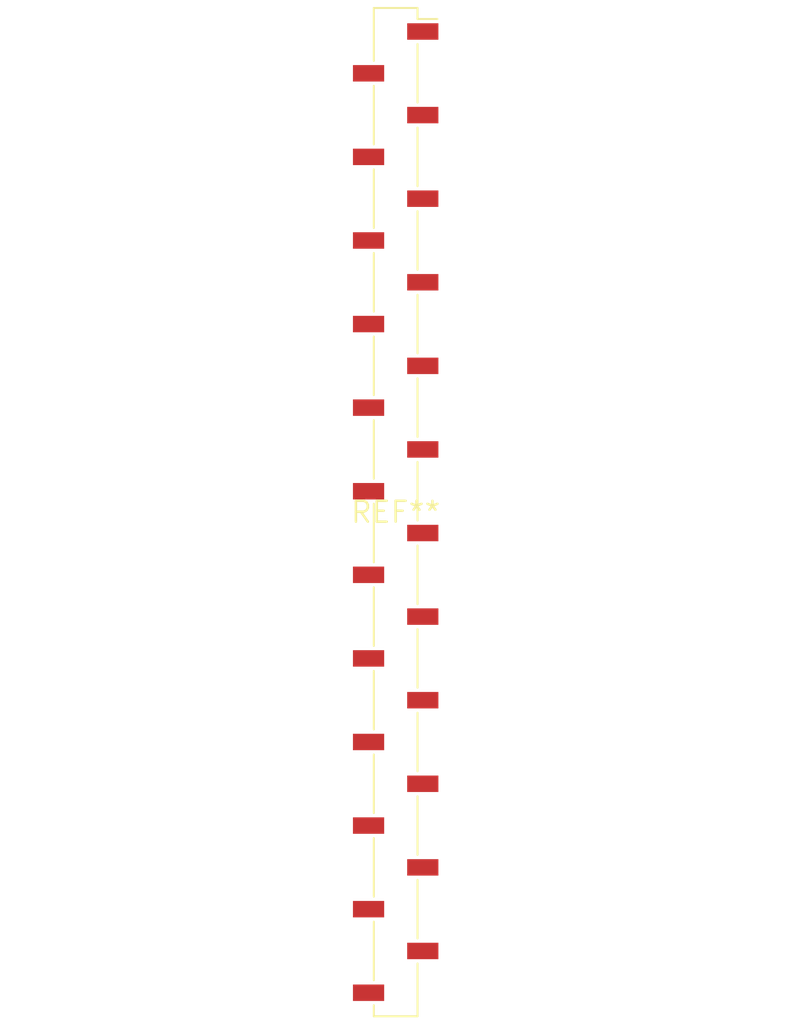
<source format=kicad_pcb>
(kicad_pcb (version 20240108) (generator pcbnew)
  (layers (0 "F.Cu" signal) (31 "B.Cu" signal) (34 "B.Paste" user) (35 "F.Paste" user) (36 "B.SilkS" user "B.Silkscreen") (37 "F.SilkS" user "F.Silkscreen") (38 "B.Mask" user) (39 "F.Mask" user) (44 "Edge.Cuts" user))
  (net 0 "")
  (footprint "PinSocket_1x24_P2.54mm_Vertical_SMD_Pin1Right" (layer "F.Cu") (at 0 0)
    (property "Reference" "REF**")
    (property "Value" "PinSocket_1x24_P2.54mm_Vertical_SMD_Pin1Right")
    (fp_line (start -1.33 -30.64) (end -1.33 -27.43) (layer "F.SilkS") (stroke (width 0.12)))
    (fp_line (start -1.33 -30.64) (end 1.33 -30.64) (layer "F.SilkS") (stroke (width 0.12)))
    (fp_line (start -1.33 -25.91) (end -1.33 -22.35) (layer "F.SilkS") (stroke (width 0.12)))
    (fp_line (start -1.33 -20.83) (end -1.33 -17.27) (layer "F.SilkS") (stroke (width 0.12)))
    (fp_line (start -1.33 -15.75) (end -1.33 -12.19) (layer "F.SilkS") (stroke (width 0.12)))
    (fp_line (start -1.33 -10.67) (end -1.33 -7.11) (layer "F.SilkS") (stroke (width 0.12)))
    (fp_line (start -1.33 -5.59) (end -1.33 -2.03) (layer "F.SilkS") (stroke (width 0.12)))
    (fp_line (start -1.33 -0.51) (end -1.33 3.05) (layer "F.SilkS") (stroke (width 0.12)))
    (fp_line (start -1.33 4.57) (end -1.33 8.13) (layer "F.SilkS") (stroke (width 0.12)))
    (fp_line (start -1.33 9.65) (end -1.33 13.21) (layer "F.SilkS") (stroke (width 0.12)))
    (fp_line (start -1.33 14.73) (end -1.33 18.29) (layer "F.SilkS") (stroke (width 0.12)))
    (fp_line (start -1.33 19.81) (end -1.33 23.37) (layer "F.SilkS") (stroke (width 0.12)))
    (fp_line (start -1.33 24.89) (end -1.33 28.45) (layer "F.SilkS") (stroke (width 0.12)))
    (fp_line (start -1.33 29.97) (end -1.33 30.64) (layer "F.SilkS") (stroke (width 0.12)))
    (fp_line (start -1.33 30.64) (end 1.33 30.64) (layer "F.SilkS") (stroke (width 0.12)))
    (fp_line (start 1.33 -30.64) (end 1.33 -29.97) (layer "F.SilkS") (stroke (width 0.12)))
    (fp_line (start 1.33 -29.97) (end 2.54 -29.97) (layer "F.SilkS") (stroke (width 0.12)))
    (fp_line (start 1.33 -28.45) (end 1.33 -24.89) (layer "F.SilkS") (stroke (width 0.12)))
    (fp_line (start 1.33 -23.37) (end 1.33 -19.81) (layer "F.SilkS") (stroke (width 0.12)))
    (fp_line (start 1.33 -18.29) (end 1.33 -14.73) (layer "F.SilkS") (stroke (width 0.12)))
    (fp_line (start 1.33 -13.21) (end 1.33 -9.65) (layer "F.SilkS") (stroke (width 0.12)))
    (fp_line (start 1.33 -8.13) (end 1.33 -4.57) (layer "F.SilkS") (stroke (width 0.12)))
    (fp_line (start 1.33 -3.05) (end 1.33 0.51) (layer "F.SilkS") (stroke (width 0.12)))
    (fp_line (start 1.33 2.03) (end 1.33 5.59) (layer "F.SilkS") (stroke (width 0.12)))
    (fp_line (start 1.33 7.11) (end 1.33 10.67) (layer "F.SilkS") (stroke (width 0.12)))
    (fp_line (start 1.33 12.19) (end 1.33 15.75) (layer "F.SilkS") (stroke (width 0.12)))
    (fp_line (start 1.33 17.27) (end 1.33 20.83) (layer "F.SilkS") (stroke (width 0.12)))
    (fp_line (start 1.33 22.35) (end 1.33 25.91) (layer "F.SilkS") (stroke (width 0.12)))
    (fp_line (start 1.33 27.43) (end 1.33 30.64) (layer "F.SilkS") (stroke (width 0.12)))
    (pad "1" smd rect (at 1.65 -29.21) (size 1.9 1) (layers "F.Cu" "F.Paste" "F.Mask"))
    (pad "2" smd rect (at -1.65 -26.67) (size 1.9 1) (layers "F.Cu" "F.Paste" "F.Mask"))
    (pad "3" smd rect (at 1.65 -24.13) (size 1.9 1) (layers "F.Cu" "F.Paste" "F.Mask"))
    (pad "4" smd rect (at -1.65 -21.59) (size 1.9 1) (layers "F.Cu" "F.Paste" "F.Mask"))
    (pad "5" smd rect (at 1.65 -19.05) (size 1.9 1) (layers "F.Cu" "F.Paste" "F.Mask"))
    (pad "6" smd rect (at -1.65 -16.51) (size 1.9 1) (layers "F.Cu" "F.Paste" "F.Mask"))
    (pad "7" smd rect (at 1.65 -13.97) (size 1.9 1) (layers "F.Cu" "F.Paste" "F.Mask"))
    (pad "8" smd rect (at -1.65 -11.43) (size 1.9 1) (layers "F.Cu" "F.Paste" "F.Mask"))
    (pad "9" smd rect (at 1.65 -8.89) (size 1.9 1) (layers "F.Cu" "F.Paste" "F.Mask"))
    (pad "10" smd rect (at -1.65 -6.35) (size 1.9 1) (layers "F.Cu" "F.Paste" "F.Mask"))
    (pad "11" smd rect (at 1.65 -3.81) (size 1.9 1) (layers "F.Cu" "F.Paste" "F.Mask"))
    (pad "12" smd rect (at -1.65 -1.27) (size 1.9 1) (layers "F.Cu" "F.Paste" "F.Mask"))
    (pad "13" smd rect (at 1.65 1.27) (size 1.9 1) (layers "F.Cu" "F.Paste" "F.Mask"))
    (pad "14" smd rect (at -1.65 3.81) (size 1.9 1) (layers "F.Cu" "F.Paste" "F.Mask"))
    (pad "15" smd rect (at 1.65 6.35) (size 1.9 1) (layers "F.Cu" "F.Paste" "F.Mask"))
    (pad "16" smd rect (at -1.65 8.89) (size 1.9 1) (layers "F.Cu" "F.Paste" "F.Mask"))
    (pad "17" smd rect (at 1.65 11.43) (size 1.9 1) (layers "F.Cu" "F.Paste" "F.Mask"))
    (pad "18" smd rect (at -1.65 13.97) (size 1.9 1) (layers "F.Cu" "F.Paste" "F.Mask"))
    (pad "19" smd rect (at 1.65 16.51) (size 1.9 1) (layers "F.Cu" "F.Paste" "F.Mask"))
    (pad "20" smd rect (at -1.65 19.05) (size 1.9 1) (layers "F.Cu" "F.Paste" "F.Mask"))
    (pad "21" smd rect (at 1.65 21.59) (size 1.9 1) (layers "F.Cu" "F.Paste" "F.Mask"))
    (pad "22" smd rect (at -1.65 24.13) (size 1.9 1) (layers "F.Cu" "F.Paste" "F.Mask"))
    (pad "23" smd rect (at 1.65 26.67) (size 1.9 1) (layers "F.Cu" "F.Paste" "F.Mask"))
    (pad "24" smd rect (at -1.65 29.21) (size 1.9 1) (layers "F.Cu" "F.Paste" "F.Mask"))
  )
)
</source>
